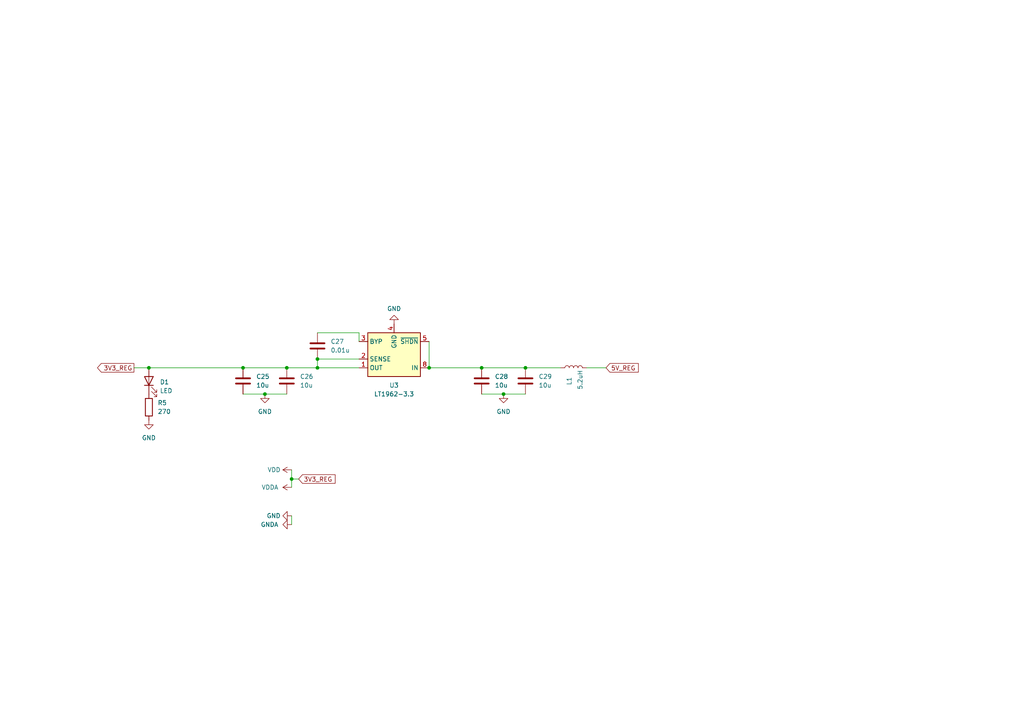
<source format=kicad_sch>
(kicad_sch (version 20230121) (generator eeschema)
  (paper "A4")
  (lib_symbols
    (symbol "Device:C" (pin_numbers hide) (pin_names (offset 0.254))
      (property "Reference" "C" (at 0.635 2.54 0))
      (property "Value" "C" (at 0.635 -2.54 0))
      (symbol "C_0_1"
        (polyline (pts (xy -2.032 -0.762) (xy 2.032 -0.762)) (stroke (width 0.508)))
        (polyline (pts (xy -2.032 0.762) (xy 2.032 0.762)) (stroke (width 0.508)))
      )
      (symbol "C_1_1"
        (pin passive line (at 0 3.81 270) (length 2.794) (name "~") (number "1"))
        (pin passive line (at 0 -3.81 90) (length 2.794) (name "~") (number "2"))
      )
    )
    (symbol "Device:L" (pin_numbers hide) (pin_names (offset 1.016) hide)
      (property "Reference" "L" (at -1.27 0 90))
      (property "Value" "L" (at 1.905 0 90))
      (symbol "L_0_1"
        (arc (start 0 -2.54) (mid 0.6323 -1.905) (end 0 -1.27))
        (arc (start 0 -1.27) (mid 0.6323 -0.635) (end 0 0))
        (arc (start 0 0) (mid 0.6323 0.635) (end 0 1.27))
        (arc (start 0 1.27) (mid 0.6323 1.905) (end 0 2.54))
      )
      (symbol "L_1_1"
        (pin passive line (at 0 3.81 270) (length 1.27) (name "1") (number "1"))
        (pin passive line (at 0 -3.81 90) (length 1.27) (name "2") (number "2"))
      )
    )
    (symbol "Device:LED" (pin_numbers hide) (pin_names (offset 1.016) hide)
      (property "Reference" "D" (at 0 2.54 0))
      (property "Value" "LED" (at 0 -2.54 0))
      (symbol "LED_0_1"
        (polyline (pts (xy -1.27 -1.27) (xy -1.27 1.27)) (stroke (width 0.254)))
        (polyline (pts (xy -1.27 0) (xy 1.27 0)))
        (polyline (pts (xy 1.27 -1.27) (xy 1.27 1.27) (xy -1.27 0) (xy 1.27 -1.27)) (stroke (width 0.254)))
        (polyline (pts (xy -3.048 -0.762) (xy -4.572 -2.286) (xy -3.81 -2.286) (xy -4.572 -2.286) (xy -4.572 -1.524)))
        (polyline (pts (xy -1.778 -0.762) (xy -3.302 -2.286) (xy -2.54 -2.286) (xy -3.302 -2.286) (xy -3.302 -1.524)))
      )
      (symbol "LED_1_1"
        (pin passive line (at -3.81 0 0) (length 2.54) (name "K") (number "1"))
        (pin passive line (at 3.81 0 180) (length 2.54) (name "A") (number "2"))
      )
    )
    (symbol "Device:R" (pin_numbers hide) (pin_names (offset 0))
      (property "Reference" "R" (at 2.032 0 90))
      (property "Value" "R" (at 0 0 90))
      (symbol "R_0_1"
        (rectangle (start -1.016 -2.54) (end 1.016 2.54) (stroke (width 0.254)))
      )
      (symbol "R_1_1"
        (pin passive line (at 0 3.81 270) (length 1.27) (name "~") (number "1"))
        (pin passive line (at 0 -3.81 90) (length 1.27) (name "~") (number "2"))
      )
    )
    (symbol "Regulator_Linear:LT1962-3.3"
      (property "Reference" "U" (at -7.62 8.89 0))
      (property "Value" "LT1962-3.3" (at 1.27 -6.35 0))
      (symbol "LT1962-3.3_0_1"
        (rectangle (start -7.62 7.62) (end 7.62 -5.08) (stroke (width 0.254)) (fill (type background)))
      )
      (symbol "LT1962-3.3_1_1"
        (pin power_out line (at 10.16 5.08 180) (length 2.54) (name "OUT") (number "1"))
        (pin input line (at 10.16 2.54 180) (length 2.54) (name "SENSE") (number "2"))
        (pin passive line (at 10.16 -2.54 180) (length 2.54) (name "BYP") (number "3"))
        (pin power_in line (at 0 -7.62 90) (length 2.54) (name "GND") (number "4"))
        (pin input line (at -10.16 -2.54 0) (length 2.54) (name "~{SHDN}") (number "5"))
        (pin no_connect line (at 2.54 5.08 90) (length 2.54) hide (name "NC") (number "6"))
        (pin no_connect line (at 2.54 2.54 90) (length 2.54) hide (name "NC") (number "7"))
        (pin power_in line (at -10.16 5.08 0) (length 2.54) (name "IN") (number "8"))
      )
    )
    (symbol "power:GND" (power) (pin_names (offset 0))
      (property "Value" "GND" (at 0 -3.81 0))
      (symbol "GND_0_1"
        (polyline (pts (xy 0 0) (xy 0 -1.27) (xy 1.27 -1.27) (xy 0 -2.54) (xy -1.27 -1.27) (xy 0 -1.27)))
      )
      (symbol "GND_1_1"
        (pin power_in line (at 0 0 270) (length 0) hide (name "GND") (number "1"))
      )
    )
    (symbol "power:GNDA" (power) (pin_names (offset 0))
      (property "Value" "GNDA" (at 0 -3.81 0))
      (symbol "GNDA_0_1"
        (polyline (pts (xy 0 0) (xy 0 -1.27) (xy 1.27 -1.27) (xy 0 -2.54) (xy -1.27 -1.27) (xy 0 -1.27)))
      )
      (symbol "GNDA_1_1"
        (pin power_in line (at 0 0 270) (length 0) hide (name "GNDA") (number "1"))
      )
    )
    (symbol "power:VDD" (power) (pin_names (offset 0))
      (property "Value" "VDD" (at 0 3.81 0))
      (symbol "VDD_0_1"
        (polyline (pts (xy -0.762 1.27) (xy 0 2.54)))
        (polyline (pts (xy 0 0) (xy 0 2.54)))
        (polyline (pts (xy 0 2.54) (xy 0.762 1.27)))
      )
      (symbol "VDD_1_1"
        (pin power_in line (at 0 0 90) (length 0) hide (name "VDD") (number "1"))
      )
    )
    (symbol "power:VDDA" (power) (pin_names (offset 0))
      (property "Value" "VDDA" (at 0 3.81 0))
      (symbol "VDDA_0_1"
        (polyline (pts (xy -0.762 1.27) (xy 0 2.54)))
        (polyline (pts (xy 0 0) (xy 0 2.54)))
        (polyline (pts (xy 0 2.54) (xy 0.762 1.27)))
      )
      (symbol "VDDA_1_1"
        (pin power_in line (at 0 0 90) (length 0) hide (name "VDDA") (number "1"))
      )
    )
  )
  (junction (at 76.835 114.3))
  (junction (at 152.4 106.68))
  (junction (at 84.582 138.938))
  (junction (at 70.485 106.68))
  (junction (at 139.7 106.68))
  (junction (at 92.075 104.14))
  (junction (at 83.185 106.68))
  (junction (at 146.05 114.3))
  (junction (at 124.46 106.68))
  (junction (at 43.18 106.68))
  (junction (at 92.075 106.68))
  (wire (pts (xy 92.075 106.68) (xy 104.14 106.68)))
  (wire (pts (xy 83.185 106.68) (xy 92.075 106.68)))
  (wire (pts (xy 104.14 99.06) (xy 104.14 96.52)))
  (wire (pts (xy 124.46 99.06) (xy 124.46 106.68)))
  (wire (pts (xy 70.485 114.3) (xy 76.835 114.3)))
  (wire (pts (xy 76.835 114.3) (xy 83.185 114.3)))
  (wire (pts (xy 146.05 114.3) (xy 152.4 114.3)))
  (wire (pts (xy 70.485 106.68) (xy 83.185 106.68)))
  (wire (pts (xy 84.582 138.938) (xy 84.582 141.351)))
  (wire (pts (xy 92.075 104.14) (xy 104.14 104.14)))
  (wire (pts (xy 170.18 106.68) (xy 175.768 106.68)))
  (wire (pts (xy 84.582 149.606) (xy 84.582 152.146)))
  (wire (pts (xy 84.582 138.938) (xy 86.614 138.938)))
  (wire (pts (xy 104.14 96.52) (xy 92.075 96.52)))
  (wire (pts (xy 92.075 104.14) (xy 92.075 106.68)))
  (wire (pts (xy 43.18 106.68) (xy 70.485 106.68)))
  (wire (pts (xy 152.4 106.68) (xy 162.56 106.68)))
  (wire (pts (xy 84.582 136.271) (xy 84.582 138.938)))
  (wire (pts (xy 38.862 106.68) (xy 43.18 106.68)))
  (wire (pts (xy 139.7 114.3) (xy 146.05 114.3)))
  (wire (pts (xy 124.46 106.68) (xy 139.7 106.68)))
  (wire (pts (xy 139.7 106.68) (xy 152.4 106.68)))
  (global_label "5V_REG" (shape input) (at 175.768 106.68 0) (property "Intersheetrefs" "${INTERSHEET_REFS}" (effects hide)))
  (global_label "3V3_REG" (shape output) (at 38.862 106.68 180) (property "Intersheetrefs" "${INTERSHEET_REFS}" (effects hide)))
  (global_label "3V3_REG" (shape input) (at 86.614 138.938 0) (property "Intersheetrefs" "${INTERSHEET_REFS}" (effects hide)))
  (symbol (lib_id "power:GNDA") (at 84.582 152.146 270) (unit 1)
    (property "Reference" "#PWR021" (effects hide))
    (property "Value" "GNDA" (at 80.772 152.146 90) (effects (justify right)))
    (instances (project "DSPDAC" (path "" (reference "#PWR021") (unit 1)) (path "" (reference "#PWR05") (unit 1)) (path "" (reference "#PWR016") (unit 1)) (path "" (reference "#PWR032") (unit 1))))
  )
  (symbol (lib_id "power:GND") (at 146.05 114.3 0) (unit 1)
    (property "Reference" "#PWR034" (effects hide))
    (property "Value" "GND" (at 146.05 119.38 0))
  )
  (symbol (lib_id "Device:C") (at 70.485 110.49 0) (unit 1)
    (property "Reference" "C25" (at 74.295 109.22 0) (effects (justify left)))
    (property "Value" "10u" (at 74.295 111.76 0) (effects (justify left)))
    (property "Footprint" "Capacitor_SMD:C_0805_2012Metric_Pad1.18x1.45mm_HandSolder" (effects hide))
  )
  (symbol (lib_id "Device:C") (at 139.7 110.49 0) (unit 1)
    (property "Reference" "C28" (at 143.51 109.22 0) (effects (justify left)))
    (property "Value" "10u" (at 143.51 111.76 0) (effects (justify left)))
    (property "Footprint" "Capacitor_SMD:C_0805_2012Metric_Pad1.18x1.45mm_HandSolder" (effects hide))
  )
  (symbol (lib_id "power:GND") (at 43.18 121.92 0) (unit 1)
    (property "Reference" "#PWR027" (effects hide))
    (property "Value" "GND" (at 43.18 127 0))
  )
  (symbol (lib_id "Device:C") (at 92.075 100.33 0) (unit 1)
    (property "Reference" "C27" (at 95.885 99.06 0) (effects (justify left)))
    (property "Value" "0.01u" (at 95.885 101.6 0) (effects (justify left)))
    (property "Footprint" "Capacitor_SMD:C_0805_2012Metric_Pad1.18x1.45mm_HandSolder" (effects hide))
  )
  (symbol (lib_id "power:GND") (at 84.582 149.606 270) (unit 1)
    (property "Reference" "#PWR01" (effects hide))
    (property "Value" "GND" (at 81.407 149.606 90) (effects (justify right)))
    (instances (project "DSPDAC" (path "" (reference "#PWR01") (unit 1)) (path "" (reference "#PWR031") (unit 1))))
  )
  (symbol (lib_id "power:GND") (at 114.3 93.98 180) (unit 1)
    (property "Reference" "#PWR033" (effects hide))
    (property "Value" "GND" (at 114.3 89.535 0))
  )
  (symbol (lib_id "Device:R") (at 43.18 118.11 0) (unit 1)
    (property "Reference" "R5" (at 45.72 116.84 0) (effects (justify left)))
    (property "Value" "270" (at 45.72 119.38 0) (effects (justify left)))
    (property "Footprint" "Resistor_SMD:R_0805_2012Metric_Pad1.20x1.40mm_HandSolder" (effects hide))
  )
  (symbol (lib_id "power:VDDA") (at 84.582 141.351 90) (unit 1)
    (property "Reference" "#PWR022" (effects hide))
    (property "Value" "VDDA" (at 80.772 141.351 90) (effects (justify left)))
    (instances (project "DSPDAC" (path "" (reference "#PWR022") (unit 1)) (path "" (reference "#PWR04") (unit 1)) (path "" (reference "#PWR015") (unit 1)) (path "" (reference "#PWR030") (unit 1))))
  )
  (symbol (lib_id "Device:L") (at 166.37 106.68 90) (unit 1)
    (property "Reference" "L1" (at 165.1 111.76 0) (effects (justify left)))
    (property "Value" "5.2uH" (at 168.275 113.03 0) (effects (justify left)))
    (property "Footprint" "Inductor_SMD:L_10.4x10.4_H4.8" (effects hide))
  )
  (symbol (lib_id "Device:LED") (at 43.18 110.49 90) (unit 1)
    (property "Reference" "D1" (at 46.355 110.8075 90) (effects (justify right)))
    (property "Value" "LED" (at 46.355 113.3475 90) (effects (justify right)))
    (property "Footprint" "LED_SMD:LED_0805_2012Metric_Pad1.15x1.40mm_HandSolder" (effects hide))
  )
  (symbol (lib_id "power:GND") (at 76.835 114.3 0) (unit 1)
    (property "Reference" "#PWR028" (effects hide))
    (property "Value" "GND" (at 76.835 119.38 0))
  )
  (symbol (lib_id "Regulator_Linear:LT1962-3.3") (at 114.3 101.6 180) (unit 1)
    (property "Reference" "U3" (at 114.3 111.76 0))
    (property "Value" "LT1962-3.3" (at 114.3 114.3 0))
    (property "Footprint" "Package_SO:MSOP-8_3x3mm_P0.65mm" (effects hide))
    (property "Datasheet" "https://www.analog.com/media/en/technical-documentation/data-sheets/1962fb.pdf" (effects hide))
  )
  (symbol (lib_id "power:VDD") (at 84.582 136.271 90) (unit 1)
    (property "Reference" "#PWR06" (effects hide))
    (property "Value" "VDD" (at 81.407 136.271 90) (effects (justify left)))
    (instances (project "DSPDAC" (path "" (reference "#PWR06") (unit 1)) (path "" (reference "#PWR02") (unit 1)) (path "" (reference "#PWR013") (unit 1)) (path "" (reference "#PWR029") (unit 1))))
  )
  (symbol (lib_id "Device:C") (at 152.4 110.49 0) (unit 1)
    (property "Reference" "C29" (at 156.21 109.22 0) (effects (justify left)))
    (property "Value" "10u" (at 156.21 111.76 0) (effects (justify left)))
    (property "Footprint" "Capacitor_SMD:C_0805_2012Metric_Pad1.18x1.45mm_HandSolder" (effects hide))
  )
  (symbol (lib_id "Device:C") (at 83.185 110.49 0) (unit 1)
    (property "Reference" "C26" (at 86.995 109.22 0) (effects (justify left)))
    (property "Value" "10u" (at 86.995 111.76 0) (effects (justify left)))
    (property "Footprint" "Capacitor_SMD:C_0805_2012Metric_Pad1.18x1.45mm_HandSolder" (effects hide))
  )
)
</source>
